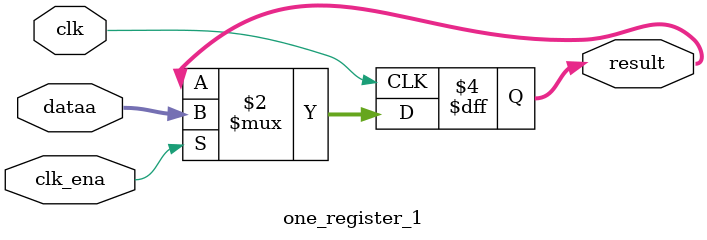
<source format=v>
module one_register_1 (
	clk,
	clk_ena,
	dataa,
	result);
	input	  clk;
	input	  clk_ena;
	input	[17:0]  dataa;
	output	[17:0]  result;
	reg     [17:0]  result;
	always @(posedge clk) begin
		if(clk_ena) begin
			result <= dataa;
		end
	end
endmodule
</source>
